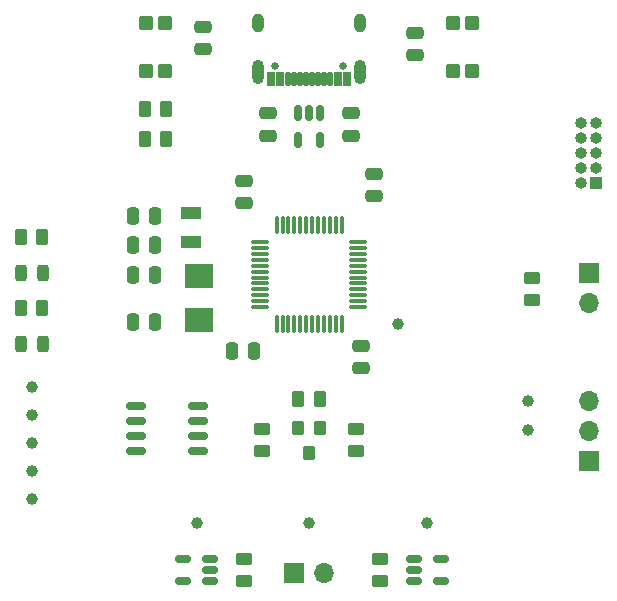
<source format=gts>
%TF.GenerationSoftware,KiCad,Pcbnew,8.0.2-1*%
%TF.CreationDate,2024-07-15T21:16:38-07:00*%
%TF.ProjectId,TEMP_LOGGER,54454d50-5f4c-44f4-9747-45522e6b6963,rev?*%
%TF.SameCoordinates,Original*%
%TF.FileFunction,Soldermask,Top*%
%TF.FilePolarity,Negative*%
%FSLAX46Y46*%
G04 Gerber Fmt 4.6, Leading zero omitted, Abs format (unit mm)*
G04 Created by KiCad (PCBNEW 8.0.2-1) date 2024-07-15 21:16:38*
%MOMM*%
%LPD*%
G01*
G04 APERTURE LIST*
G04 Aperture macros list*
%AMRoundRect*
0 Rectangle with rounded corners*
0 $1 Rounding radius*
0 $2 $3 $4 $5 $6 $7 $8 $9 X,Y pos of 4 corners*
0 Add a 4 corners polygon primitive as box body*
4,1,4,$2,$3,$4,$5,$6,$7,$8,$9,$2,$3,0*
0 Add four circle primitives for the rounded corners*
1,1,$1+$1,$2,$3*
1,1,$1+$1,$4,$5*
1,1,$1+$1,$6,$7*
1,1,$1+$1,$8,$9*
0 Add four rect primitives between the rounded corners*
20,1,$1+$1,$2,$3,$4,$5,0*
20,1,$1+$1,$4,$5,$6,$7,0*
20,1,$1+$1,$6,$7,$8,$9,0*
20,1,$1+$1,$8,$9,$2,$3,0*%
G04 Aperture macros list end*
%ADD10R,2.400000X2.000000*%
%ADD11C,1.000000*%
%ADD12RoundRect,0.150000X-0.512500X-0.150000X0.512500X-0.150000X0.512500X0.150000X-0.512500X0.150000X0*%
%ADD13RoundRect,0.075000X-0.662500X-0.075000X0.662500X-0.075000X0.662500X0.075000X-0.662500X0.075000X0*%
%ADD14RoundRect,0.075000X-0.075000X-0.662500X0.075000X-0.662500X0.075000X0.662500X-0.075000X0.662500X0*%
%ADD15RoundRect,0.250000X-0.450000X0.262500X-0.450000X-0.262500X0.450000X-0.262500X0.450000X0.262500X0*%
%ADD16RoundRect,0.150000X0.512500X0.150000X-0.512500X0.150000X-0.512500X-0.150000X0.512500X-0.150000X0*%
%ADD17RoundRect,0.250000X-0.475000X0.250000X-0.475000X-0.250000X0.475000X-0.250000X0.475000X0.250000X0*%
%ADD18R,1.700000X1.700000*%
%ADD19O,1.700000X1.700000*%
%ADD20RoundRect,0.250000X0.262500X0.450000X-0.262500X0.450000X-0.262500X-0.450000X0.262500X-0.450000X0*%
%ADD21C,0.650000*%
%ADD22RoundRect,0.070000X-0.150000X-0.500000X0.150000X-0.500000X0.150000X0.500000X-0.150000X0.500000X0*%
%ADD23RoundRect,0.070000X0.150000X0.500000X-0.150000X0.500000X-0.150000X-0.500000X0.150000X-0.500000X0*%
%ADD24RoundRect,0.070000X-0.300000X-0.500000X0.300000X-0.500000X0.300000X0.500000X-0.300000X0.500000X0*%
%ADD25RoundRect,0.070000X0.300000X0.500000X-0.300000X0.500000X-0.300000X-0.500000X0.300000X-0.500000X0*%
%ADD26O,1.000000X1.600000*%
%ADD27O,1.000000X2.100000*%
%ADD28RoundRect,0.250000X0.250000X0.475000X-0.250000X0.475000X-0.250000X-0.475000X0.250000X-0.475000X0*%
%ADD29RoundRect,0.250000X0.450000X-0.262500X0.450000X0.262500X-0.450000X0.262500X-0.450000X-0.262500X0*%
%ADD30R,1.800000X1.000000*%
%ADD31RoundRect,0.250000X0.475000X-0.250000X0.475000X0.250000X-0.475000X0.250000X-0.475000X-0.250000X0*%
%ADD32RoundRect,0.250000X-0.262500X-0.450000X0.262500X-0.450000X0.262500X0.450000X-0.262500X0.450000X0*%
%ADD33RoundRect,0.101600X-0.500000X0.450000X-0.500000X-0.450000X0.500000X-0.450000X0.500000X0.450000X0*%
%ADD34RoundRect,0.250000X-0.250000X-0.475000X0.250000X-0.475000X0.250000X0.475000X-0.250000X0.475000X0*%
%ADD35RoundRect,0.150000X-0.675000X-0.150000X0.675000X-0.150000X0.675000X0.150000X-0.675000X0.150000X0*%
%ADD36R,1.000000X1.000000*%
%ADD37O,1.000000X1.000000*%
%ADD38RoundRect,0.243750X-0.243750X-0.456250X0.243750X-0.456250X0.243750X0.456250X-0.243750X0.456250X0*%
%ADD39RoundRect,0.150000X-0.150000X0.512500X-0.150000X-0.512500X0.150000X-0.512500X0.150000X0.512500X0*%
%ADD40RoundRect,0.101600X0.500000X-0.450000X0.500000X0.450000X-0.500000X0.450000X-0.500000X-0.450000X0*%
%ADD41RoundRect,0.101600X0.400000X0.450000X-0.400000X0.450000X-0.400000X-0.450000X0.400000X-0.450000X0*%
G04 APERTURE END LIST*
D10*
%TO.C,Y1*%
X137700000Y-93350000D03*
X137700000Y-89650000D03*
%TD*%
D11*
%TO.C,TP7*%
X123500000Y-103750000D03*
%TD*%
D12*
%TO.C,U4*%
X155862500Y-113550000D03*
X155862500Y-114500000D03*
X155862500Y-115450000D03*
X158137500Y-115450000D03*
X158137500Y-113550000D03*
%TD*%
D11*
%TO.C,TP10*%
X165500000Y-100200000D03*
%TD*%
D13*
%TO.C,U1*%
X142837500Y-86750000D03*
X142837500Y-87250000D03*
X142837500Y-87750000D03*
X142837500Y-88250000D03*
X142837500Y-88750000D03*
X142837500Y-89250000D03*
X142837500Y-89750000D03*
X142837500Y-90250000D03*
X142837500Y-90750000D03*
X142837500Y-91250000D03*
X142837500Y-91750000D03*
X142837500Y-92250000D03*
D14*
X144250000Y-93662500D03*
X144750000Y-93662500D03*
X145250000Y-93662500D03*
X145750000Y-93662500D03*
X146250000Y-93662500D03*
X146750000Y-93662500D03*
X147250000Y-93662500D03*
X147750000Y-93662500D03*
X148250000Y-93662500D03*
X148750000Y-93662500D03*
X149250000Y-93662500D03*
X149750000Y-93662500D03*
D13*
X151162500Y-92250000D03*
X151162500Y-91750000D03*
X151162500Y-91250000D03*
X151162500Y-90750000D03*
X151162500Y-90250000D03*
X151162500Y-89750000D03*
X151162500Y-89250000D03*
X151162500Y-88750000D03*
X151162500Y-88250000D03*
X151162500Y-87750000D03*
X151162500Y-87250000D03*
X151162500Y-86750000D03*
D14*
X149750000Y-85337500D03*
X149250000Y-85337500D03*
X148750000Y-85337500D03*
X148250000Y-85337500D03*
X147750000Y-85337500D03*
X147250000Y-85337500D03*
X146750000Y-85337500D03*
X146250000Y-85337500D03*
X145750000Y-85337500D03*
X145250000Y-85337500D03*
X144750000Y-85337500D03*
X144250000Y-85337500D03*
%TD*%
D15*
%TO.C,R1*%
X141500000Y-113587500D03*
X141500000Y-115412500D03*
%TD*%
D11*
%TO.C,TP12*%
X154500000Y-93700000D03*
%TD*%
D16*
%TO.C,U3*%
X138637500Y-115450000D03*
X138637500Y-114500000D03*
X138637500Y-113550000D03*
X136362500Y-113550000D03*
X136362500Y-115450000D03*
%TD*%
D17*
%TO.C,C1*%
X156000000Y-69050000D03*
X156000000Y-70950000D03*
%TD*%
%TO.C,C2*%
X143550000Y-75850000D03*
X143550000Y-77750000D03*
%TD*%
D18*
%TO.C,J3*%
X170675000Y-105250000D03*
D19*
X170675000Y-102710000D03*
X170675000Y-100170000D03*
%TD*%
D20*
%TO.C,R10*%
X134912500Y-78000000D03*
X133087500Y-78000000D03*
%TD*%
D21*
%TO.C,J6*%
X149890000Y-71861250D03*
X144110000Y-71861250D03*
D22*
X148250000Y-72966250D03*
X147250000Y-72966250D03*
D23*
X146750000Y-72966250D03*
X145750000Y-72966250D03*
X145250000Y-72966250D03*
X146250000Y-72966250D03*
D22*
X147750000Y-72966250D03*
X148750000Y-72966250D03*
D24*
X150225000Y-72966250D03*
D25*
X143775000Y-72966250D03*
D26*
X151318000Y-68211250D03*
D27*
X151318000Y-72391250D03*
X142682000Y-72391250D03*
D26*
X142682000Y-68211250D03*
D24*
X149450000Y-72966250D03*
D25*
X144550000Y-72966250D03*
%TD*%
D17*
%TO.C,C7*%
X151400000Y-95550000D03*
X151400000Y-97450000D03*
%TD*%
D28*
%TO.C,C12*%
X133950000Y-87000000D03*
X132050000Y-87000000D03*
%TD*%
D11*
%TO.C,TP9*%
X123500000Y-108500000D03*
%TD*%
D29*
%TO.C,R6*%
X165900000Y-91612500D03*
X165900000Y-89787500D03*
%TD*%
D11*
%TO.C,TP6*%
X123500000Y-101375000D03*
%TD*%
%TO.C,TP5*%
X123500000Y-99000000D03*
%TD*%
D30*
%TO.C,Y2*%
X137000000Y-84250000D03*
X137000000Y-86750000D03*
%TD*%
D28*
%TO.C,C11*%
X133950000Y-84500000D03*
X132050000Y-84500000D03*
%TD*%
D11*
%TO.C,TP8*%
X123500000Y-106125000D03*
%TD*%
D28*
%TO.C,C9*%
X133950000Y-89500000D03*
X132050000Y-89500000D03*
%TD*%
D31*
%TO.C,C5*%
X152500000Y-82850000D03*
X152500000Y-80950000D03*
%TD*%
D32*
%TO.C,R11*%
X133087500Y-75500000D03*
X134912500Y-75500000D03*
%TD*%
D31*
%TO.C,C3*%
X150550000Y-77750000D03*
X150550000Y-75850000D03*
%TD*%
D33*
%TO.C,SW1*%
X160800000Y-68200000D03*
X160800000Y-72300000D03*
X159200000Y-68200000D03*
X159200000Y-72300000D03*
%TD*%
D11*
%TO.C,TP11*%
X165500000Y-102700000D03*
%TD*%
D20*
%TO.C,R9*%
X124412500Y-92366666D03*
X122587500Y-92366666D03*
%TD*%
D15*
%TO.C,R2*%
X153000000Y-113587500D03*
X153000000Y-115412500D03*
%TD*%
D20*
%TO.C,R5*%
X147912500Y-100000000D03*
X146087500Y-100000000D03*
%TD*%
D29*
%TO.C,R3*%
X143000000Y-104412500D03*
X143000000Y-102587500D03*
%TD*%
D34*
%TO.C,C6*%
X140450000Y-96000000D03*
X142350000Y-96000000D03*
%TD*%
D35*
%TO.C,U2*%
X132375000Y-100595000D03*
X132375000Y-101865000D03*
X132375000Y-103135000D03*
X132375000Y-104405000D03*
X137625000Y-104405000D03*
X137625000Y-103135000D03*
X137625000Y-101865000D03*
X137625000Y-100595000D03*
%TD*%
D29*
%TO.C,R4*%
X151000000Y-104412500D03*
X151000000Y-102587500D03*
%TD*%
D36*
%TO.C,J1*%
X171325000Y-81750000D03*
D37*
X170055000Y-81750000D03*
X171325000Y-80480000D03*
X170055000Y-80480000D03*
X171325000Y-79210000D03*
X170055000Y-79210000D03*
X171325000Y-77940000D03*
X170055000Y-77940000D03*
X171325000Y-76670000D03*
X170055000Y-76670000D03*
%TD*%
D28*
%TO.C,C10*%
X133950000Y-93500000D03*
X132050000Y-93500000D03*
%TD*%
D38*
%TO.C,D2*%
X122582500Y-95400000D03*
X124457500Y-95400000D03*
%TD*%
D39*
%TO.C,U6*%
X147950000Y-75862500D03*
X147000000Y-75862500D03*
X146050000Y-75862500D03*
X146050000Y-78137500D03*
X147950000Y-78137500D03*
%TD*%
D11*
%TO.C,TP3*%
X137500000Y-110500000D03*
%TD*%
D40*
%TO.C,SW2*%
X133200000Y-72300000D03*
X133200000Y-68200000D03*
X134800000Y-72300000D03*
X134800000Y-68200000D03*
%TD*%
D41*
%TO.C,Q1*%
X147950000Y-102500000D03*
X146050000Y-102500000D03*
X147000000Y-104600000D03*
%TD*%
D11*
%TO.C,TP4*%
X157000000Y-110500000D03*
%TD*%
D17*
%TO.C,C8*%
X138000000Y-68500000D03*
X138000000Y-70400000D03*
%TD*%
D11*
%TO.C,TP1*%
X147000000Y-110500000D03*
%TD*%
D31*
%TO.C,C4*%
X141500000Y-83450000D03*
X141500000Y-81550000D03*
%TD*%
D18*
%TO.C,J2*%
X145725000Y-114750000D03*
D19*
X148265000Y-114750000D03*
%TD*%
D20*
%TO.C,R8*%
X124412500Y-86300000D03*
X122587500Y-86300000D03*
%TD*%
D38*
%TO.C,D1*%
X122582500Y-89333333D03*
X124457500Y-89333333D03*
%TD*%
D18*
%TO.C,J5*%
X170725000Y-89400000D03*
D19*
X170725000Y-91940000D03*
%TD*%
M02*

</source>
